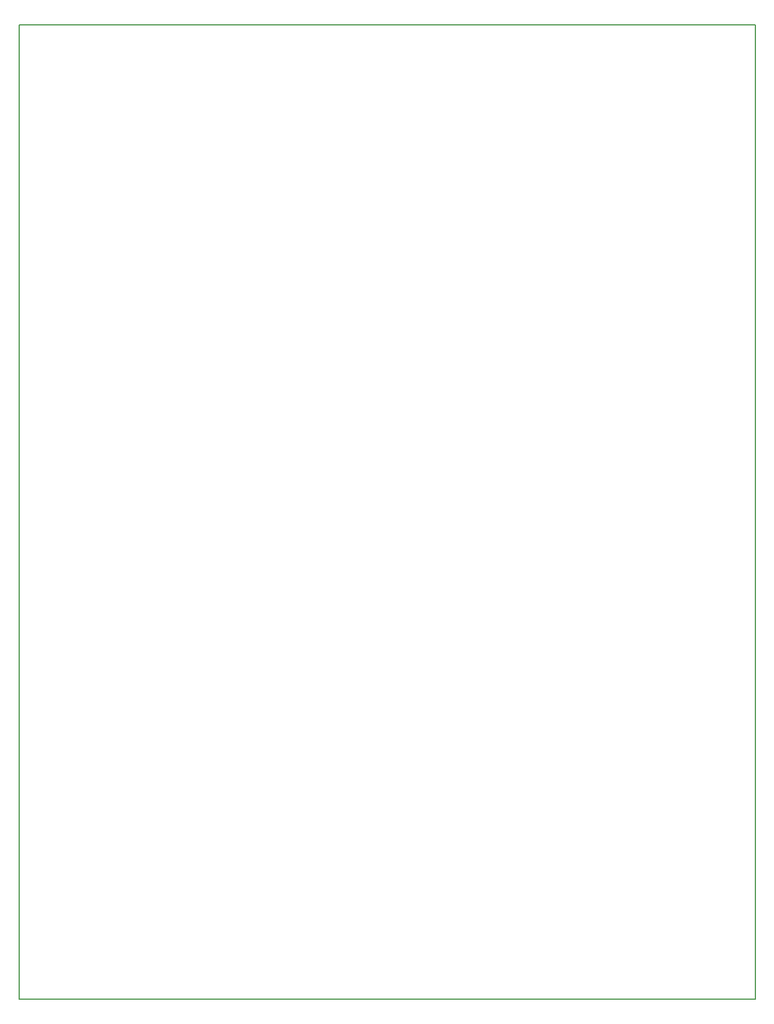
<source format=gbr>
G04 #@! TF.FileFunction,Profile,NP*
%FSLAX46Y46*%
G04 Gerber Fmt 4.6, Leading zero omitted, Abs format (unit mm)*
G04 Created by KiCad (PCBNEW 4.0.6) date 11/05/17 12:45:19*
%MOMM*%
%LPD*%
G01*
G04 APERTURE LIST*
%ADD10C,0.100000*%
%ADD11C,0.150000*%
G04 APERTURE END LIST*
D10*
D11*
X203200000Y-13970000D02*
X203200000Y-160020000D01*
X92710000Y-13970000D02*
X203200000Y-13970000D01*
X92710000Y-160020000D02*
X92710000Y-13970000D01*
X203200000Y-160020000D02*
X92710000Y-160020000D01*
M02*

</source>
